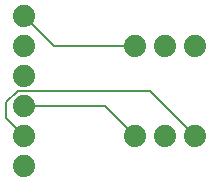
<source format=gbl>
G04*
G04 #@! TF.GenerationSoftware,Altium Limited,CircuitStudio,1.5.2 (30)*
G04*
G04 Layer_Physical_Order=2*
G04 Layer_Color=12500520*
%FSLAX25Y25*%
%MOIN*%
G70*
G01*
G75*
%ADD13C,0.00591*%
%ADD14C,0.07400*%
D13*
X395669Y416102D02*
X401575Y410197D01*
X395669Y416102D02*
Y421260D01*
X399606Y425197D01*
X443819D02*
X458819Y410197D01*
X428819Y420197D02*
X438819Y410197D01*
X401575Y450197D02*
X411575Y440197D01*
X399606Y425197D02*
X443819D01*
X401575Y420197D02*
X428819D01*
X411575Y440197D02*
X438819D01*
D14*
X401575Y450197D02*
D03*
Y440197D02*
D03*
Y430197D02*
D03*
Y420197D02*
D03*
Y410197D02*
D03*
Y400197D02*
D03*
X438819Y440197D02*
D03*
X448819D02*
D03*
X458819D02*
D03*
Y410197D02*
D03*
X448819D02*
D03*
X438819D02*
D03*
M02*

</source>
